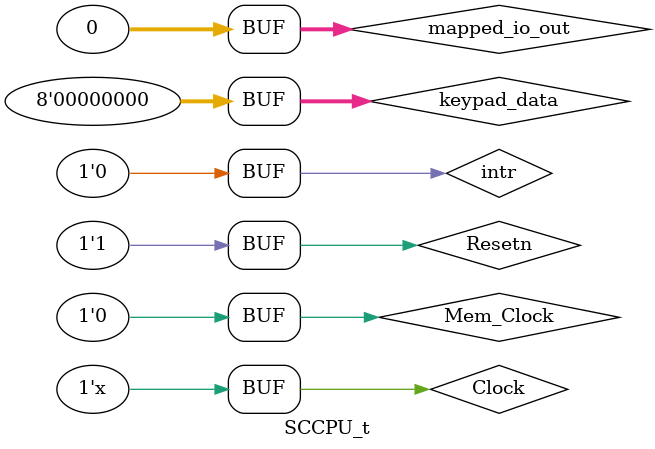
<source format=v>
`timescale 1ns / 1ps


module SCCPU_t;

	// Inputs
	reg intr;
	reg [7:0] keypad_data;
	reg [31:0] mapped_io_out;
	reg Clock;
	reg Mem_Clock;
	reg Resetn;

	// Outputs
	wire [31:0] PC;
	wire [31:0] if_inst;
	wire [31:0] id_inst;
	wire [31:0] exe_alu;
	wire [31:0] mem_alu;
	wire mem_wmem;
	wire [31:0] mem_b;
	wire inta;

	// Instantiate the Unit Under Test (UUT)
	SCCPU uut (
		.intr(intr), 
		.keypad_data(keypad_data), 
		.mapped_io_out(mapped_io_out), 
		.Clock(Clock), 
		.Mem_Clock(Clock), 
		.Resetn(Resetn), 
		.PC(PC), 
		.if_inst(if_inst), 
		.id_inst(id_inst), 
		.exe_alu(exe_alu), 
		.mem_alu(mem_alu), 
		.mem_wmem(mem_wmem), 
		.mem_b(mem_b), 
		.inta(inta)
	);

	initial begin
		// Initialize Inputs
		intr = 0;
		keypad_data = 0;
		mapped_io_out = 0;
		Clock = 0;
		Mem_Clock = 0;
		Resetn = 0;

		// Wait 100 ns for global reset to finish
		#100;
		Resetn = 1;
		#5600;
		intr = 1;
		#100;
		intr = 0;
		// Add stimulus here

	end
	always #50 Clock = ~Clock;
	
endmodule


</source>
